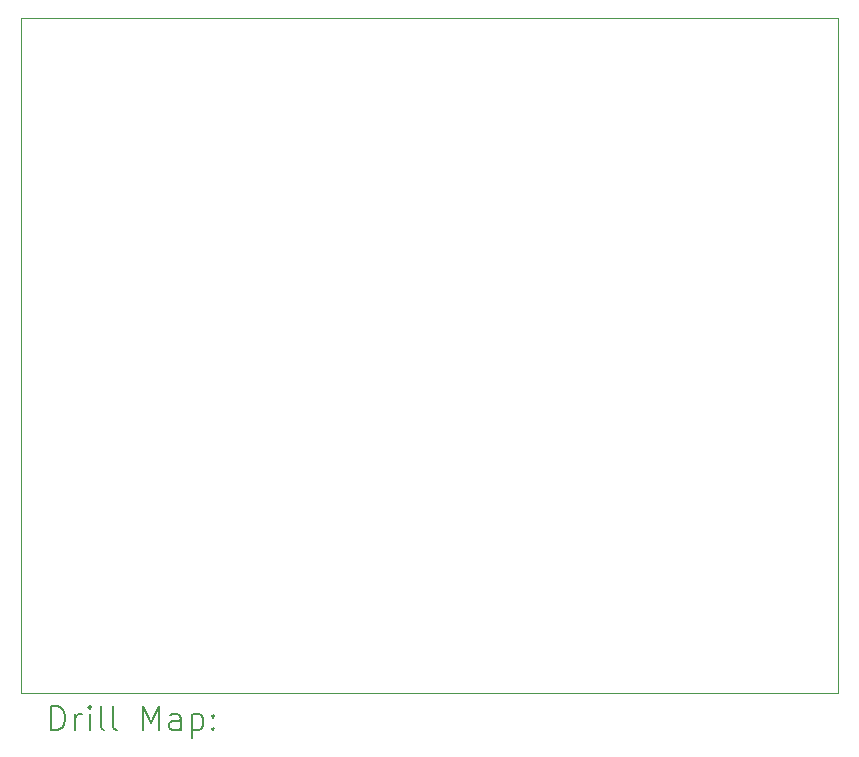
<source format=gbr>
%TF.GenerationSoftware,KiCad,Pcbnew,9.0.2*%
%TF.CreationDate,2025-05-17T19:37:23+02:00*%
%TF.ProjectId,ALU,414c552e-6b69-4636-9164-5f7063625858,rev?*%
%TF.SameCoordinates,Original*%
%TF.FileFunction,Drillmap*%
%TF.FilePolarity,Positive*%
%FSLAX45Y45*%
G04 Gerber Fmt 4.5, Leading zero omitted, Abs format (unit mm)*
G04 Created by KiCad (PCBNEW 9.0.2) date 2025-05-17 19:37:23*
%MOMM*%
%LPD*%
G01*
G04 APERTURE LIST*
%ADD10C,0.050000*%
%ADD11C,0.200000*%
G04 APERTURE END LIST*
D10*
X8255000Y-3873500D02*
X15176500Y-3873500D01*
X15176500Y-9588500D01*
X8255000Y-9588500D01*
X8255000Y-3873500D01*
D11*
X8513277Y-9902484D02*
X8513277Y-9702484D01*
X8513277Y-9702484D02*
X8560896Y-9702484D01*
X8560896Y-9702484D02*
X8589467Y-9712008D01*
X8589467Y-9712008D02*
X8608515Y-9731055D01*
X8608515Y-9731055D02*
X8618039Y-9750103D01*
X8618039Y-9750103D02*
X8627563Y-9788198D01*
X8627563Y-9788198D02*
X8627563Y-9816770D01*
X8627563Y-9816770D02*
X8618039Y-9854865D01*
X8618039Y-9854865D02*
X8608515Y-9873912D01*
X8608515Y-9873912D02*
X8589467Y-9892960D01*
X8589467Y-9892960D02*
X8560896Y-9902484D01*
X8560896Y-9902484D02*
X8513277Y-9902484D01*
X8713277Y-9902484D02*
X8713277Y-9769150D01*
X8713277Y-9807246D02*
X8722801Y-9788198D01*
X8722801Y-9788198D02*
X8732324Y-9778674D01*
X8732324Y-9778674D02*
X8751372Y-9769150D01*
X8751372Y-9769150D02*
X8770420Y-9769150D01*
X8837086Y-9902484D02*
X8837086Y-9769150D01*
X8837086Y-9702484D02*
X8827563Y-9712008D01*
X8827563Y-9712008D02*
X8837086Y-9721531D01*
X8837086Y-9721531D02*
X8846610Y-9712008D01*
X8846610Y-9712008D02*
X8837086Y-9702484D01*
X8837086Y-9702484D02*
X8837086Y-9721531D01*
X8960896Y-9902484D02*
X8941848Y-9892960D01*
X8941848Y-9892960D02*
X8932324Y-9873912D01*
X8932324Y-9873912D02*
X8932324Y-9702484D01*
X9065658Y-9902484D02*
X9046610Y-9892960D01*
X9046610Y-9892960D02*
X9037086Y-9873912D01*
X9037086Y-9873912D02*
X9037086Y-9702484D01*
X9294229Y-9902484D02*
X9294229Y-9702484D01*
X9294229Y-9702484D02*
X9360896Y-9845341D01*
X9360896Y-9845341D02*
X9427563Y-9702484D01*
X9427563Y-9702484D02*
X9427563Y-9902484D01*
X9608515Y-9902484D02*
X9608515Y-9797722D01*
X9608515Y-9797722D02*
X9598991Y-9778674D01*
X9598991Y-9778674D02*
X9579944Y-9769150D01*
X9579944Y-9769150D02*
X9541848Y-9769150D01*
X9541848Y-9769150D02*
X9522801Y-9778674D01*
X9608515Y-9892960D02*
X9589467Y-9902484D01*
X9589467Y-9902484D02*
X9541848Y-9902484D01*
X9541848Y-9902484D02*
X9522801Y-9892960D01*
X9522801Y-9892960D02*
X9513277Y-9873912D01*
X9513277Y-9873912D02*
X9513277Y-9854865D01*
X9513277Y-9854865D02*
X9522801Y-9835817D01*
X9522801Y-9835817D02*
X9541848Y-9826293D01*
X9541848Y-9826293D02*
X9589467Y-9826293D01*
X9589467Y-9826293D02*
X9608515Y-9816770D01*
X9703753Y-9769150D02*
X9703753Y-9969150D01*
X9703753Y-9778674D02*
X9722801Y-9769150D01*
X9722801Y-9769150D02*
X9760896Y-9769150D01*
X9760896Y-9769150D02*
X9779944Y-9778674D01*
X9779944Y-9778674D02*
X9789467Y-9788198D01*
X9789467Y-9788198D02*
X9798991Y-9807246D01*
X9798991Y-9807246D02*
X9798991Y-9864389D01*
X9798991Y-9864389D02*
X9789467Y-9883436D01*
X9789467Y-9883436D02*
X9779944Y-9892960D01*
X9779944Y-9892960D02*
X9760896Y-9902484D01*
X9760896Y-9902484D02*
X9722801Y-9902484D01*
X9722801Y-9902484D02*
X9703753Y-9892960D01*
X9884705Y-9883436D02*
X9894229Y-9892960D01*
X9894229Y-9892960D02*
X9884705Y-9902484D01*
X9884705Y-9902484D02*
X9875182Y-9892960D01*
X9875182Y-9892960D02*
X9884705Y-9883436D01*
X9884705Y-9883436D02*
X9884705Y-9902484D01*
X9884705Y-9778674D02*
X9894229Y-9788198D01*
X9894229Y-9788198D02*
X9884705Y-9797722D01*
X9884705Y-9797722D02*
X9875182Y-9788198D01*
X9875182Y-9788198D02*
X9884705Y-9778674D01*
X9884705Y-9778674D02*
X9884705Y-9797722D01*
M02*

</source>
